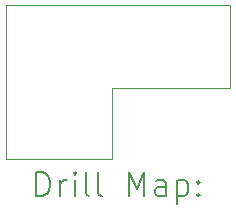
<source format=gbr>
%TF.GenerationSoftware,KiCad,Pcbnew,9.0.5*%
%TF.CreationDate,2025-10-10T22:49:27+02:00*%
%TF.ProjectId,door_clutch,646f6f72-5f63-46c7-9574-63682e6b6963,rev?*%
%TF.SameCoordinates,Original*%
%TF.FileFunction,Drillmap*%
%TF.FilePolarity,Positive*%
%FSLAX45Y45*%
G04 Gerber Fmt 4.5, Leading zero omitted, Abs format (unit mm)*
G04 Created by KiCad (PCBNEW 9.0.5) date 2025-10-10 22:49:27*
%MOMM*%
%LPD*%
G01*
G04 APERTURE LIST*
%ADD10C,0.050000*%
%ADD11C,0.200000*%
G04 APERTURE END LIST*
D10*
X11210000Y-8410000D02*
X11210000Y-7710000D01*
X10210000Y-8410000D02*
X11210000Y-8410000D01*
X9310000Y-9010000D02*
X10210000Y-9010000D01*
X9310000Y-7710000D02*
X9310000Y-9010000D01*
X9310000Y-7710000D02*
X11210000Y-7710000D01*
X10210000Y-9010000D02*
X10210000Y-8410000D01*
D11*
X9568277Y-9323984D02*
X9568277Y-9123984D01*
X9568277Y-9123984D02*
X9615896Y-9123984D01*
X9615896Y-9123984D02*
X9644467Y-9133508D01*
X9644467Y-9133508D02*
X9663515Y-9152555D01*
X9663515Y-9152555D02*
X9673039Y-9171603D01*
X9673039Y-9171603D02*
X9682563Y-9209698D01*
X9682563Y-9209698D02*
X9682563Y-9238270D01*
X9682563Y-9238270D02*
X9673039Y-9276365D01*
X9673039Y-9276365D02*
X9663515Y-9295412D01*
X9663515Y-9295412D02*
X9644467Y-9314460D01*
X9644467Y-9314460D02*
X9615896Y-9323984D01*
X9615896Y-9323984D02*
X9568277Y-9323984D01*
X9768277Y-9323984D02*
X9768277Y-9190650D01*
X9768277Y-9228746D02*
X9777801Y-9209698D01*
X9777801Y-9209698D02*
X9787324Y-9200174D01*
X9787324Y-9200174D02*
X9806372Y-9190650D01*
X9806372Y-9190650D02*
X9825420Y-9190650D01*
X9892086Y-9323984D02*
X9892086Y-9190650D01*
X9892086Y-9123984D02*
X9882563Y-9133508D01*
X9882563Y-9133508D02*
X9892086Y-9143031D01*
X9892086Y-9143031D02*
X9901610Y-9133508D01*
X9901610Y-9133508D02*
X9892086Y-9123984D01*
X9892086Y-9123984D02*
X9892086Y-9143031D01*
X10015896Y-9323984D02*
X9996848Y-9314460D01*
X9996848Y-9314460D02*
X9987324Y-9295412D01*
X9987324Y-9295412D02*
X9987324Y-9123984D01*
X10120658Y-9323984D02*
X10101610Y-9314460D01*
X10101610Y-9314460D02*
X10092086Y-9295412D01*
X10092086Y-9295412D02*
X10092086Y-9123984D01*
X10349229Y-9323984D02*
X10349229Y-9123984D01*
X10349229Y-9123984D02*
X10415896Y-9266841D01*
X10415896Y-9266841D02*
X10482563Y-9123984D01*
X10482563Y-9123984D02*
X10482563Y-9323984D01*
X10663515Y-9323984D02*
X10663515Y-9219222D01*
X10663515Y-9219222D02*
X10653991Y-9200174D01*
X10653991Y-9200174D02*
X10634944Y-9190650D01*
X10634944Y-9190650D02*
X10596848Y-9190650D01*
X10596848Y-9190650D02*
X10577801Y-9200174D01*
X10663515Y-9314460D02*
X10644467Y-9323984D01*
X10644467Y-9323984D02*
X10596848Y-9323984D01*
X10596848Y-9323984D02*
X10577801Y-9314460D01*
X10577801Y-9314460D02*
X10568277Y-9295412D01*
X10568277Y-9295412D02*
X10568277Y-9276365D01*
X10568277Y-9276365D02*
X10577801Y-9257317D01*
X10577801Y-9257317D02*
X10596848Y-9247793D01*
X10596848Y-9247793D02*
X10644467Y-9247793D01*
X10644467Y-9247793D02*
X10663515Y-9238270D01*
X10758753Y-9190650D02*
X10758753Y-9390650D01*
X10758753Y-9200174D02*
X10777801Y-9190650D01*
X10777801Y-9190650D02*
X10815896Y-9190650D01*
X10815896Y-9190650D02*
X10834944Y-9200174D01*
X10834944Y-9200174D02*
X10844467Y-9209698D01*
X10844467Y-9209698D02*
X10853991Y-9228746D01*
X10853991Y-9228746D02*
X10853991Y-9285889D01*
X10853991Y-9285889D02*
X10844467Y-9304936D01*
X10844467Y-9304936D02*
X10834944Y-9314460D01*
X10834944Y-9314460D02*
X10815896Y-9323984D01*
X10815896Y-9323984D02*
X10777801Y-9323984D01*
X10777801Y-9323984D02*
X10758753Y-9314460D01*
X10939705Y-9304936D02*
X10949229Y-9314460D01*
X10949229Y-9314460D02*
X10939705Y-9323984D01*
X10939705Y-9323984D02*
X10930182Y-9314460D01*
X10930182Y-9314460D02*
X10939705Y-9304936D01*
X10939705Y-9304936D02*
X10939705Y-9323984D01*
X10939705Y-9200174D02*
X10949229Y-9209698D01*
X10949229Y-9209698D02*
X10939705Y-9219222D01*
X10939705Y-9219222D02*
X10930182Y-9209698D01*
X10930182Y-9209698D02*
X10939705Y-9200174D01*
X10939705Y-9200174D02*
X10939705Y-9219222D01*
M02*

</source>
